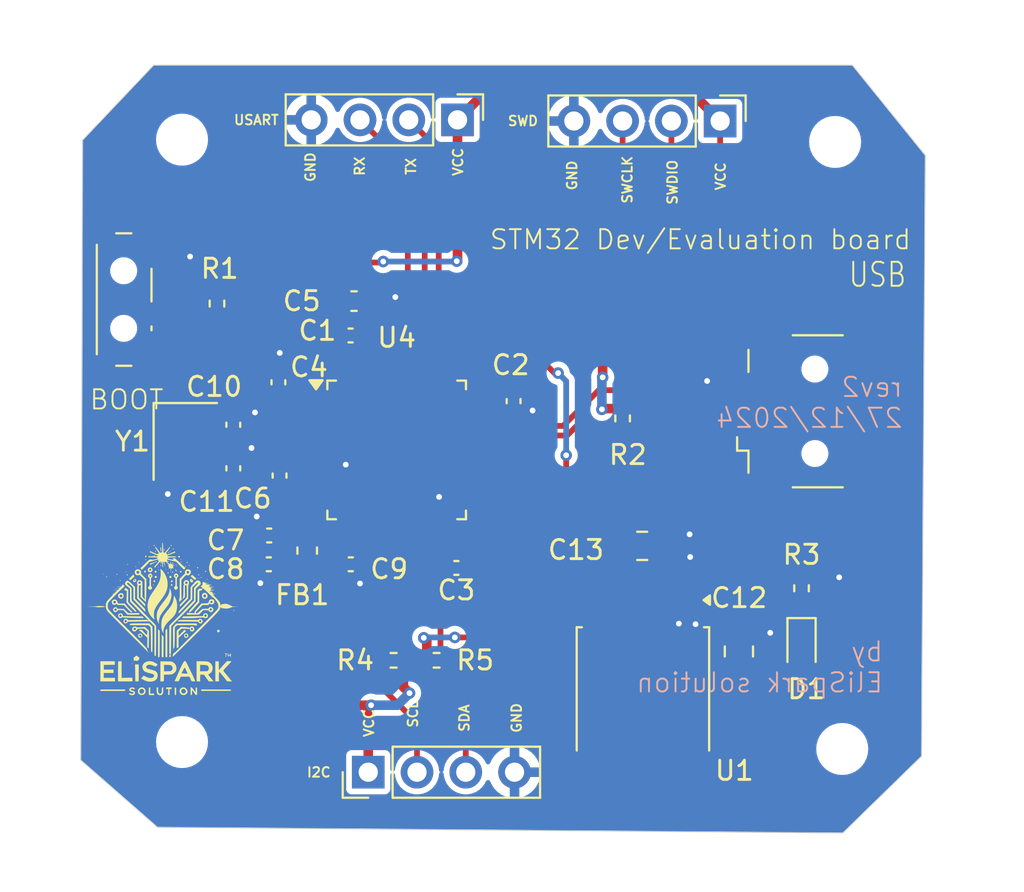
<source format=kicad_pcb>
(kicad_pcb (version 20221018) (generator pcbnew)
  (layers (0 "F.Cu" signal) (31 "B.Cu" power) (34 "B.Paste" user) (35 "F.Paste" user) (36 "B.SilkS" user "B.Silkscreen") (37 "F.SilkS" user "F.Silkscreen") (38 "B.Mask" user) (39 "F.Mask" user) (44 "Edge.Cuts" user))
  (net 0 "")
  (net 1 "+3.3V")
  (net 2 "GND")
  (net 3 "+3.3VA")
  (net 4 "/NRST")
  (net 5 "/HSE_IN")
  (net 6 "/HSE_OUT")
  (net 7 "VBUS")
  (net 8 "/pwr_led_k")
  (net 9 "/USB_D-")
  (net 10 "/USB_D+")
  (net 12 "unconnected-(J1-Shield-Pad6)")
  (net 13 "/SWDIO")
  (net 14 "/SWCLK")
  (net 15 "/USART_TX")
  (net 16 "/USART_RX")
  (net 17 "/I2C2_SCL")
  (net 18 "/I2C2_SDA")
  (net 19 "/BOOT0")
  (net 20 "Net-(U4-BOOT0)")
  (footprint "Capacitor_SMD:C_0402_1005Metric" (layer "F.Cu") (at 198.26 54.08)
    (fp_text reference "C1" (at -1.73 -0.25) (layer "F.SilkS"))
    (fp_text value "100n")
    (pad "1" smd roundrect (at -0.48 0) (size 0.56 0.62) (layers "F.Cu" "F.Paste" "F.Mask") (net 1 "+3.3V"))
    (pad "2" smd roundrect (at 0.48 0) (size 0.56 0.62) (layers "F.Cu" "F.Paste" "F.Mask") (net 2 "GND"))
  )
  (footprint "Crystal:Crystal_SMD_3225-4Pin_3.2x2.5mm" (layer "F.Cu") (at 189.65 59.6 -90)
    (fp_text reference "Y1" (at 0 2.75 -180) (layer "F.SilkS"))
    (fp_text value "16MHZ")
    (pad "1" smd rect (at -1.1 0.85 270) (size 1.4 1.2) (layers "F.Cu" "F.Paste" "F.Mask") (net 5 "/HSE_IN"))
    (pad "2" smd rect (at 1.1 0.85 270) (size 1.4 1.2) (layers "F.Cu" "F.Paste" "F.Mask") (net 2 "GND"))
    (pad "3" smd rect (at 1.1 -0.85 270) (size 1.4 1.2) (layers "F.Cu" "F.Paste" "F.Mask") (net 6 "/HSE_OUT"))
    (pad "4" smd rect (at -1.1 -0.85 270) (size 1.4 1.2) (layers "F.Cu" "F.Paste" "F.Mask") (net 2 "GND"))
  )
  (footprint "Capacitor_SMD:C_0402_1005Metric" (layer "F.Cu") (at 194.02 64.5 180)
    (fp_text reference "C7" (at 2.27 -0.25) (layer "F.SilkS"))
    (fp_text value "1u")
    (pad "1" smd roundrect (at -0.48 0 180) (size 0.56 0.62) (layers "F.Cu" "F.Paste" "F.Mask") (net 3 "+3.3VA"))
    (pad "2" smd roundrect (at 0.48 0 180) (size 0.56 0.62) (layers "F.Cu" "F.Paste" "F.Mask") (net 2 "GND"))
  )
  (footprint "Connector_PinHeader_2.54mm:PinHeader_1x04_P2.54mm_Vertical" (layer "F.Cu") (at 199.18 76.83 90)
    (fp_text reference "J4" hide)
    (fp_text value "Conn_01x04_Pin")
    (pad "1" thru_hole rect (at 0 0 90) (size 1.7 1.7) (drill 1) (layers "*.Cu" "*.Mask") (net 1 "+3.3V"))
    (pad "2" thru_hole oval (at 0 2.54 90) (size 1.7 1.7) (drill 1) (layers "*.Cu" "*.Mask") (net 17 "/I2C2_SCL"))
    (pad "3" thru_hole oval (at 0 5.08 90) (size 1.7 1.7) (drill 1) (layers "*.Cu" "*.Mask") (net 18 "/I2C2_SDA"))
    (pad "4" thru_hole oval (at 0 7.62 90) (size 1.7 1.7) (drill 1) (layers "*.Cu" "*.Mask") (net 2 "GND"))
  )
  (footprint "Calibration_Scale:espark_solution_logo" (layer "F.Cu") (at 188.518385 69.403452)
    (fp_text reference "G***" hide)
    (fp_text value "LOGO" hide)
  )
  (footprint "Capacitor_SMD:C_0402_1005Metric" (layer "F.Cu") (at 203.77 66.19 180)
    (fp_text reference "C3" (at 0 -1.16) (layer "F.SilkS"))
    (fp_text value "100n")
    (pad "1" smd roundrect (at -0.48 0 180) (size 0.56 0.62) (layers "F.Cu" "F.Paste" "F.Mask") (net 1 "+3.3V"))
    (pad "2" smd roundrect (at 0.48 0 180) (size 0.56 0.62) (layers "F.Cu" "F.Paste" "F.Mask") (net 2 "GND"))
  )
  (footprint "Resistor_SMD:R_0402_1005Metric" (layer "F.Cu") (at 202.74 71)
    (fp_text reference "R5" (at 2.01 0) (layer "F.SilkS"))
    (fp_text value "1k5")
    (pad "1" smd roundrect (at -0.51 0) (size 0.54 0.64) (layers "F.Cu" "F.Paste" "F.Mask") (net 1 "+3.3V"))
    (pad "2" smd roundrect (at 0.51 0) (size 0.54 0.64) (layers "F.Cu" "F.Paste" "F.Mask") (net 18 "/I2C2_SDA"))
  )
  (footprint "Resistor_SMD:R_0402_1005Metric" (layer "F.Cu") (at 212.43 58.4 -90)
    (fp_text reference "R2" (at 1.9 -0.27 -180) (layer "F.SilkS"))
    (fp_text value "1k5")
    (pad "1" smd roundrect (at -0.51 0 270) (size 0.54 0.64) (layers "F.Cu" "F.Paste" "F.Mask") (net 1 "+3.3V"))
    (pad "2" smd roundrect (at 0.51 0 270) (size 0.54 0.64) (layers "F.Cu" "F.Paste" "F.Mask") (net 9 "/USB_D-"))
  )
  (footprint "LED_SMD:LED_0603_1608Metric" (layer "F.Cu") (at 221.75 70.2875 -90)
    (fp_text reference "D1" (at 2.2125 -0.25 -180) (layer "F.SilkS"))
    (fp_text value "RED")
    (pad "1" smd roundrect (at -0.7875 0 270) (size 0.875 0.95) (layers "F.Cu" "F.Paste" "F.Mask") (net 8 "/pwr_led_k"))
    (pad "2" smd roundrect (at 0.7875 0 270) (size 0.875 0.95) (layers "F.Cu" "F.Paste" "F.Mask") (net 1 "+3.3V"))
  )
  (footprint "Capacitor_SMD:C_0805_2012Metric" (layer "F.Cu") (at 218.4875 70.54 90)
    (fp_text reference "C12" (at 2.79 0.0125 180) (layer "F.SilkS"))
    (fp_text value "22u")
    (pad "1" smd roundrect (at -0.95 0 90) (size 1 1.45) (layers "F.Cu" "F.Paste" "F.Mask") (net 1 "+3.3V"))
    (pad "2" smd roundrect (at 0.95 0 90) (size 1 1.45) (layers "F.Cu" "F.Paste" "F.Mask") (net 2 "GND"))
  )
  (footprint "Resistor_SMD:R_0402_1005Metric" (layer "F.Cu") (at 221.75 67.25 90)
    (fp_text reference "R3" (at 1.75 0 180) (layer "F.SilkS"))
    (fp_text value "1k5")
    (pad "1" smd roundrect (at -0.51 0 90) (size 0.54 0.64) (layers "F.Cu" "F.Paste" "F.Mask") (net 8 "/pwr_led_k"))
    (pad "2" smd roundrect (at 0.51 0 90) (size 0.54 0.64) (layers "F.Cu" "F.Paste" "F.Mask") (net 2 "GND"))
  )
  (footprint "Capacitor_SMD:C_0402_1005Metric" (layer "F.Cu") (at 192.15 58.73 90)
    (fp_text reference "C10" (at 1.98 -1 180) (layer "F.SilkS"))
    (fp_text value "10p")
    (pad "1" smd roundrect (at -0.48 0 90) (size 0.56 0.62) (layers "F.Cu" "F.Paste" "F.Mask") (net 5 "/HSE_IN"))
    (pad "2" smd roundrect (at 0.48 0 90) (size 0.56 0.62) (layers "F.Cu" "F.Paste" "F.Mask") (net 2 "GND"))
  )
  (footprint "Resistor_SMD:R_0402_1005Metric" (layer "F.Cu") (at 191.3 52.42 90)
    (fp_text reference "R1" (at 1.82 0.14 180) (layer "F.SilkS"))
    (fp_text value "10k")
    (pad "1" smd roundrect (at -0.51 0 90) (size 0.54 0.64) (layers "F.Cu" "F.Paste" "F.Mask") (net 19 "/BOOT0"))
    (pad "2" smd roundrect (at 0.51 0 90) (size 0.54 0.64) (layers "F.Cu" "F.Paste" "F.Mask") (net 20 "Net-(U4-BOOT0)"))
  )
  (footprint "Capacitor_SMD:C_0603_1608Metric" (layer "F.Cu") (at 198.44 52.29)
    (fp_text reference "C5" (at -2.725 0) (layer "F.SilkS"))
    (fp_text value "10u")
    (pad "1" smd roundrect (at -0.775 0) (size 0.9 0.95) (layers "F.Cu" "F.Paste" "F.Mask") (net 1 "+3.3V"))
    (pad "2" smd roundrect (at 0.775 0) (size 0.9 0.95) (layers "F.Cu" "F.Paste" "F.Mask") (net 2 "GND"))
  )
  (footprint "Connector_PinHeader_2.54mm:PinHeader_1x04_P2.54mm_Vertical" (layer "F.Cu") (at 217.51 42.91 -90)
    (fp_text reference "J2" hide)
    (fp_text value "Conn_01x04_Pin")
    (pad "1" thru_hole rect (at 0 0 270) (size 1.7 1.7) (drill 1) (layers "*.Cu" "*.Mask") (net 1 "+3.3V"))
    (pad "2" thru_hole oval (at 0 2.54 270) (size 1.7 1.7) (drill 1) (layers "*.Cu" "*.Mask") (net 13 "/SWDIO"))
    (pad "3" thru_hole oval (at 0 5.08 270) (size 1.7 1.7) (drill 1) (layers "*.Cu" "*.Mask") (net 14 "/SWCLK"))
    (pad "4" thru_hole oval (at 0 7.62 270) (size 1.7 1.7) (drill 1) (layers "*.Cu" "*.Mask") (net 2 "GND"))
  )
  (footprint "MountingHole:MountingHole_2.2mm_M2" (layer "F.Cu") (at 189.48 43.88)
    (fp_text reference "H1" hide)
    (fp_text value "MountingHole_2.2mm_M2")
    (pad "" np_thru_hole circle (at 0 0) (size 2.2 2.2) (drill 2.2) (layers "*.Cu" "*.Mask"))
  )
  (footprint "Capacitor_SMD:C_0402_1005Metric" (layer "F.Cu") (at 194.56 61.38 90)
    (fp_text reference "C6" (at -1.19 -1.4 180) (layer "F.SilkS"))
    (fp_text value "10n")
    (pad "1" smd roundrect (at -0.48 0 90) (size 0.56 0.62) (layers "F.Cu" "F.Paste" "F.Mask") (net 3 "+3.3VA"))
    (pad "2" smd roundrect (at 0.48 0 90) (size 0.56 0.62) (layers "F.Cu" "F.Paste" "F.Mask") (net 2 "GND"))
  )
  (footprint "Capacitor_SMD:C_0402_1005Metric" (layer "F.Cu") (at 192.15 61 90)
    (fp_text reference "C11" (at -1.74 -1.39 180) (layer "F.SilkS"))
    (fp_text value "10p")
    (pad "1" smd roundrect (at -0.48 0 90) (size 0.56 0.62) (layers "F.Cu" "F.Paste" "F.Mask") (net 6 "/HSE_OUT"))
    (pad "2" smd roundrect (at 0.48 0 90) (size 0.56 0.62) (layers "F.Cu" "F.Paste" "F.Mask") (net 2 "GND"))
  )
  (footprint "Capacitor_SMD:C_0402_1005Metric" (layer "F.Cu") (at 194.5 56.52 90)
    (fp_text reference "C4" (at 0.79 1.59 180) (layer "F.SilkS"))
    (fp_text value "100n")
    (pad "1" smd roundrect (at -0.48 0 90) (size 0.56 0.62) (layers "F.Cu" "F.Paste" "F.Mask") (net 1 "+3.3V"))
    (pad "2" smd roundrect (at 0.48 0 90) (size 0.56 0.62) (layers "F.Cu" "F.Paste" "F.Mask") (net 2 "GND"))
  )
  (footprint "Package_TO_SOT_SMD:TO-252-3_TabPin2" (layer "F.Cu") (at 213.4875 72.59 -90)
    (fp_text reference "U1" (at 4.16 -4.7625 -180) (layer "F.SilkS"))
    (fp_text value "AMS1117CD-3.3")
    (pad "1" smd roundrect (at -5.04 -2.28 270) (size 2.2 1.2) (layers "F.Cu" "F.Paste" "F.Mask") (roundrect_rratio 0.2083333333) (net 2 "GND"))
    (pad "2" smd roundrect (at -5.04 0 270) (size 2.2 1.2) (layers "F.Cu" "F.Paste" "F.Mask") (roundrect_rratio 0.2083333333) (net 1 "+3.3V"))
    (pad "2" smd roundrect (at -0.415 -1.525 270) (size 3.05 2.75) (layers "F.Cu" "F.Paste") (roundrect_rratio 0.09090909091) (net 1 "+3.3V"))
    (pad "2" smd roundrect (at -0.415 1.525 270) (size 3.05 2.75) (layers "F.Cu" "F.Paste") (roundrect_rratio 0.09090909091) (net 1 "+3.3V"))
    (pad "2" smd roundrect (at 1.26 0 270) (size 6.4 5.8) (layers "F.Cu" "F.Mask") (roundrect_rratio 0.04310293103) (net 1 "+3.3V"))
    (pad "2" smd roundrect (at 2.935 -1.525 270) (size 3.05 2.75) (layers "F.Cu" "F.Paste") (roundrect_rratio 0.09090909091) (net 1 "+3.3V"))
    (pad "2" smd roundrect (at 2.935 1.525 270) (size 3.05 2.75) (layers "F.Cu" "F.Paste") (roundrect_rratio 0.09090909091) (net 1 "+3.3V"))
    (pad "3" smd roundrect (at -5.04 2.28 270) (size 2.2 1.2) (layers "F.Cu" "F.Paste" "F.Mask") (roundrect_rratio 0.2083333333) (net 7 "VBUS"))
  )
  (footprint "Capacitor_SMD:C_0805_2012Metric_Pad1.18x1.45mm_HandSolder" (layer "F.Cu") (at 213.45 65.04)
    (fp_text reference "C13" (at -3.45 0.21) (layer "F.SilkS"))
    (fp_text value "22u")
    (pad "1" smd roundrect (at -1.0375 0) (size 1.175 1.45) (layers "F.Cu" "F.Paste" "F.Mask") (roundrect_rratio 0.2127659574) (net 7 "VBUS"))
    (pad "2" smd roundrect (at 1.0375 0) (size 1.175 1.45) (layers "F.Cu" "F.Paste" "F.Mask") (roundrect_rratio 0.2127659574) (net 2 "GND"))
  )
  (footprint "Connector_PinHeader_2.54mm:PinHeader_1x04_P2.54mm_Vertical" (layer "F.Cu") (at 203.83 42.85 -90)
    (fp_text reference "J3" hide)
    (fp_text value "Conn_01x04_Pin")
    (pad "1" thru_hole rect (at 0 0 270) (size 1.7 1.7) (drill 1) (layers "*.Cu" "*.Mask") (net 1 "+3.3V"))
    (pad "2" thru_hole oval (at 0 2.54 270) (size 1.7 1.7) (drill 1) (layers "*.Cu" "*.Mask") (net 15 "/USART_TX"))
    (pad "3" thru_hole oval (at 0 5.08 270) (size 1.7 1.7) (drill 1) (layers "*.Cu" "*.Mask") (net 16 "/USART_RX"))
    (pad "4" thru_hole oval (at 0 7.62 270) (size 1.7 1.7) (drill 1) (layers "*.Cu" "*.Mask") (net 2 "GND"))
  )
  (footprint "Button_Switch_SMD:SW_SPDT_PCM12" (layer "F.Cu") (at 186.77 52.21 -90)
    (fp_text reference "SW1" hide)
    (fp_text value "SW_SPDT")
    (pad "" smd rect (at -3.65 -0.78 270) (size 1 0.8) (layers "F.Cu" "F.Paste" "F.Mask"))
    (pad "" smd rect (at -3.65 1.43 270) (size 1 0.8) (layers "F.Cu" "F.Paste" "F.Mask"))
    (pad "" np_thru_hole circle (at -1.5 0.33 270) (size 0.9 0.9) (drill 0.9) (layers "*.Cu" "*.Mask"))
    (pad "" np_thru_hole circle (at 1.5 0.33 270) (size 0.9 0.9) (drill 0.9) (layers "*.Cu" "*.Mask"))
    (pad "" smd rect (at 3.65 -0.78 270) (size 1 0.8) (layers "F.Cu" "F.Paste" "F.Mask"))
    (pad "" smd rect (at 3.65 1.43 270) (size 1 0.8) (layers "F.Cu" "F.Paste" "F.Mask"))
    (pad "1" smd rect (at -2.25 -1.43 270) (size 0.7 1.5) (layers "F.Cu" "F.Paste" "F.Mask") (net 2 "GND"))
    (pad "2" smd rect (at 0.75 -1.43 270) (size 0.7 1.5) (layers "F.Cu" "F.Paste" "F.Mask") (net 19 "/BOOT0"))
    (pad "3" smd rect (at 2.25 -1.43 270) (size 0.7 1.5) (layers "F.Cu" "F.Paste" "F.Mask") (net 1 "+3.3V"))
  )
  (footprint "Connector_USB:USB_Mini-B_Wuerth_65100516121_Horizontal" (layer "F.Cu") (at 222.445 58.03 90)
    (fp_text reference "J1" hide)
    (fp_text value "USB_B_Micro")
    (pad "" np_thru_hole circle (at -2.2 0 90) (size 0.9 0.9) (drill 0.9) (layers "*.Cu" "*.Mask"))
    (pad "" np_thru_hole circle (at 2.2 0 90) (size 0.9 0.9) (drill 0.9) (layers "*.Cu" "*.Mask"))
    (pad "1" smd rect (at -1.6 -2.6 90) (size 0.5 2.5) (layers "F.Cu" "F.Paste" "F.Mask") (net 7 "VBUS"))
    (pad "2" smd rect (at -0.8 -2.6 90) (size 0.5 2.5) (layers "F.Cu" "F.Paste" "F.Mask") (net 9 "/USB_D-"))
    (pad "3" smd rect (at 0 -2.6 90) (size 0.5 2.5) (layers "F.Cu" "F.Paste" "F.Mask") (net 10 "/USB_D+"))
    (pad "4" smd rect (at 0.8 -2.6 90) (size 0.5 2.5) (layers "F.Cu" "F.Paste" "F.Mask"))
    (pad "5" smd rect (at 1.6 -2.6 90) (size 0.5 2.5) (layers "F.Cu" "F.Paste" "F.Mask") (net 2 "GND"))
    (pad "6" smd rect (at -4.4 -2.6 90) (size 2 2.5) (layers "F.Cu" "F.Paste" "F.Mask") (net 12 "unconnected-(J1-Shield-Pad6)"))
    (pad "6" smd rect (at -4.4 2.9 90) (size 2 2.5) (layers "F.Cu" "F.Paste" "F.Mask") (net 12 "unconnected-(J1-Shield-Pad6)"))
    (pad "6" smd rect (at 4.4 -2.6 90) (size 2 2.5) (layers "F.Cu" "F.Paste" "F.Mask") (net 12 "unconnected-(J1-Shield-Pad6)"))
    (pad "6" smd rect (at 4.4 2.9 90) (size 2 2.5) (layers "F.Cu" "F.Paste" "F.Mask") (net 12 "unconnected-(J1-Shield-Pad6)"))
  )
  (footprint "Capacitor_SMD:C_0402_1005Metric" (layer "F.Cu") (at 198.27 66)
    (fp_text reference "C9" (at 2 0.25) (layer "F.SilkS"))
    (fp_text value "100n")
    (pad "1" smd roundrect (at -0.48 0) (size 0.56 0.62) (layers "F.Cu" "F.Paste" "F.Mask") (net 4 "/NRST"))
    (pad "2" smd roundrect (at 0.48 0) (size 0.56 0.62) (layers "F.Cu" "F.Paste" "F.Mask") (net 2 "GND"))
  )
  (footprint "MountingHole:MountingHole_2.2mm_M2" (layer "F.Cu") (at 223.87 75.62)
    (fp_text reference "H4" hide)
    (fp_text value "MountingHole_2.2mm_M2")
    (pad "" np_thru_hole circle (at 0 0) (size 2.2 2.2) (drill 2.2) (layers "*.Cu" "*.Mask"))
  )
  (footprint "Capacitor_SMD:C_0402_1005Metric" (layer "F.Cu") (at 206.75 57.5 -90)
    (fp_text reference "C2" (at -1.88 0.15 -180) (layer "F.SilkS"))
    (fp_text value "100n")
    (pad "1" smd roundrect (at -0.48 0 270) (size 0.56 0.62) (layers "F.Cu" "F.Paste" "F.Mask") (net 1 "+3.3V"))
    (pad "2" smd roundrect (at 0.48 0 270) (size 0.56 0.62) (layers "F.Cu" "F.Paste" "F.Mask") (net 2 "GND"))
  )
  (footprint "MountingHole:MountingHole_2.2mm_M2" (layer "F.Cu") (at 223.5 44)
    (fp_text reference "H2" hide)
    (fp_text value "MountingHole_2.2mm_M2")
    (pad "" np_thru_hole circle (at 0 0) (size 2.2 2.2) (drill 2.2) (layers "*.Cu" "*.Mask"))
  )
  (footprint "Capacitor_SMD:C_0402_1005Metric" (layer "F.Cu") (at 194 66 180)
    (fp_text reference "C8" (at 2.25 -0.25) (layer "F.SilkS"))
    (fp_text value "1u")
    (pad "1" smd roundrect (at -0.48 0 180) (size 0.56 0.62) (layers "F.Cu" "F.Paste" "F.Mask") (net 1 "+3.3V"))
    (pad "2" smd roundrect (at 0.48 0 180) (size 0.56 0.62) (layers "F.Cu" "F.Paste" "F.Mask") (net 2 "GND"))
  )
  (footprint "Resistor_SMD:R_0402_1005Metric" (layer "F.Cu") (at 200.5 71 180)
    (fp_text reference "R4" (at 2 0) (layer "F.SilkS"))
    (fp_text value "1k5")
    (pad "1" smd roundrect (at -0.51 0 180) (size 0.54 0.64) (layers "F.Cu" "F.Paste" "F.Mask") (net 1 "+3.3V"))
    (pad "2" smd roundrect (at 0.51 0 180) (size 0.54 0.64) (layers "F.Cu" "F.Paste" "F.Mask") (net 17 "/I2C2_SCL"))
  )
  (footprint "Package_QFP:LQFP-48_7x7mm_P0.5mm" (layer "F.Cu") (at 200.66 60.0425)
    (fp_text reference "U4" (at 0 -5.85) (layer "F.SilkS"))
    (fp_text value "STM32F103C8T6")
    (pad "1" smd roundrect (at -4.1625 -2.75) (size 1.475 0.3) (layers "F.Cu" "F.Paste" "F.Mask") (net 1 "+3.3V"))
    (pad "2" smd roundrect (at -4.1625 -2.25) (size 1.475 0.3) (layers "F.Cu" "F.Paste" "F.Mask"))
    (pad "3" smd roundrect (at -4.1625 -1.75) (size 1.475 0.3) (layers "F.Cu" "F.Paste" "F.Mask"))
    (pad "4" smd roundrect (at -4.1625 -1.25) (size 1.475 0.3) (layers "F.Cu" "F.Paste" "F.Mask"))
    (pad "5" smd roundrect (at -4.1625 -0.75) (size 1.475 0.3) (layers "F.Cu" "F.Paste" "F.Mask") (net 5 "/HSE_IN"))
    (pad "6" smd roundrect (at -4.1625 -0.25) (size 1.475 0.3) (layers "F.Cu" "F.Paste" "F.Mask") (net 6 "/HSE_OUT"))
    (pad "7" smd roundrect (at -4.1625 0.25) (size 1.475 0.3) (layers "F.Cu" "F.Paste" "F.Mask") (net 4 "/NRST"))
    (pad "8" smd roundrect (at -4.1625 0.75) (size 1.475 0.3) (layers "F.Cu" "F.Paste" "F.Mask") (net 2 "GND"))
    (pad "9" smd roundrect (at -4.1625 1.25) (size 1.475 0.3) (layers "F.Cu" "F.Paste" "F.Mask") (net 3 "+3.3VA"))
    (pad "10" smd roundrect (at -4.1625 1.75) (size 1.475 0.3) (layers "F.Cu" "F.Paste" "F.Mask"))
    (pad "11" smd roundrect (at -4.1625 2.25) (size 1.475 0.3) (layers "F.Cu" "F.Paste" "F.Mask"))
    (pad "12" smd roundrect (at -4.1625 2.75) (size 1.475 0.3) (layers "F.Cu" "F.Paste" "F.Mask"))
    (pad "13" smd roundrect (at -2.75 4.1625) (size 0.3 1.475) (layers "F.Cu" "F.Paste" "F.Mask"))
    (pad "14" smd roundrect (at -2.25 4.1625) (size 0.3 1.475) (layers "F.Cu" "F.Paste" "F.Mask"))
    (pad "15" smd roundrect (at -1.75 4.1625) (size 0.3 1.475) (layers "F.Cu" "F.Paste" "F.Mask"))
    (pad "16" smd roundrect (at -1.25 4.1625) (size 0.3 1.475) (layers "F.Cu" "F.Paste" "F.Mask"))
    (pad "17" smd roundrect (at -0.75 4.1625) (size 0.3 1.475) (layers "F.Cu" "F.Paste" "F.Mask"))
    (pad "18" smd roundrect (at -0.25 4.1625) (size 0.3 1.475) (layers "F.Cu" "F.Paste" "F.Mask"))
    (pad "19" smd roundrect (at 0.25 4.1625) (size 0.3 1.475) (layers "F.Cu" "F.Paste" "F.Mask"))
    (pad "20" smd roundrect (at 0.75 4.1625) (size 0.3 1.475) (layers "F.Cu" "F.Paste" "F.Mask"))
    (pad "21" smd roundrect (at 1.25 4.1625) (size 0.3 1.475) (layers "F.Cu" "F.Paste" "F.Mask") (net 17 "/I2C2_SCL"))
    (pad "22" smd roundrect (at 1.75 4.1625) (size 0.3 1.475) (layers "F.Cu" "F.Paste" "F.Mask") (net 18 "/I2C2_SDA"))
    (pad "23" smd roundrect (at 2.25 4.1625) (size 0.3 1.475) (layers "F.Cu" "F.Paste" "F.Mask") (net 2 "GND"))
    (pad "24" smd roundrect (at 2.75 4.1625) (size 0.3 1.475) (layers "F.Cu" "F.Paste" "F.Mask") (net 1 "+3.3V"))
    (pad "25" smd roundrect (at 4.1625 2.75) (size 1.475 0.3) (layers "F.Cu" "F.Paste" "F.Mask"))
    (pad "26" smd roundrect (at 4.1625 2.25) (size 1.475 0.3) (layers "F.Cu" "F.Paste" "F.Mask"))
    (pad "27" smd roundrect (at 4.1625 1.75) (size 1.475 0.3) (layers "F.Cu" "F.Paste" "F.Mask"))
    (pad "28" smd roundrect (at 4.1625 1.25) (size 1.475 0.3) (layers "F.Cu" "F.Paste" "F.Mask"))
    (pad "29" smd roundrect (at 4.1625 0.75) (size 1.475 0.3) (layers "F.Cu" "F.Paste" "F.Mask"))
    (pad "30" smd roundrect (at 4.1625 0.25) (size 1.475 0.3) (layers "F.Cu" "F.Paste" "F.Mask"))
    (pad "31" smd roundrect (at 4.1625 -0.25) (size 1.475 0.3) (layers "F.Cu" "F.Paste" "F.Mask"))
    (pad "32" smd roundrect (at 4.1625 -0.75) (size 1.475 0.3) (layers "F.Cu" "F.Paste" "F.Mask") (net 9 "/USB_D-"))
    (pad "33" smd roundrect (at 4.1625 -1.25) (size 1.475 0.3) (layers "F.Cu" "F.Paste" "F.Mask") (net 10 "/USB_D+"))
    (pad "34" smd roundrect (at 4.1625 -1.75) (size 1.475 0.3) (layers "F.Cu" "F.Paste" "F.Mask") (net 13 "/SWDIO"))
    (pad "35" smd roundrect (at 4.1625 -2.25) (size 1.475 0.3) (layers "F.Cu" "F.Paste" "F.Mask") (net 2 "GND"))
    (pad "36" smd roundrect (at 4.1625 -2.75) (size 1.475 0.3) (layers "F.Cu" "F.Paste" "F.Mask") (net 1 "+3.3V"))
    (pad "37" smd roundrect (at 2.75 -4.1625) (size 0.3 1.475) (layers "F.Cu" "F.Paste" "F.Mask") (net 14 "/SWCLK"))
    (pad "38" smd roundrect (at 2.25 -4.1625) (size 0.3 1.475) (layers "F.Cu" "F.Paste" "F.Mask"))
    (pad "39" smd roundrect (at 1.75 -4.1625) (size 0.3 1.475) (layers "F.Cu" "F.Paste" "F.Mask"))
    (pad "40" smd roundrect (at 1.25 -4.1625) (size 0.3 1.475) (layers "F.Cu" "F.Paste" "F.Mask"))
    (pad "41" smd roundrect (at 0.75 -4.1625) (size 0.3 1.475) (layers "F.Cu" "F.Paste" "F.Mask"))
    (pad "42" smd roundrect (at 0.25 -4.1625) (size 0.3 1.475) (layers "F.Cu" "F.Paste" "F.Mask") (net 15 "/USART_TX"))
    (pad "43" smd roundrect (at -0.25 -4.1625) (size 0.3 1.475) (layers "F.Cu" "F.Paste" "F.Mask") (net 16 "/USART_RX"))
    (pad "44" smd roundrect (at -0.75 -4.1625) (size 0.3 1.475) (layers "F.Cu" "F.Paste" "F.Mask") (net 20 "Net-(U4-BOOT0)"))
    (pad "45" smd roundrect (at -1.25 -4.1625) (size 0.3 1.475) (layers "F.Cu" "F.Paste" "F.Mask"))
    (pad "46" smd roundrect (at -1.75 -4.1625) (size 0.3 1.475) (layers "F.Cu" "F.Paste" "F.Mask"))
    (pad "47" smd roundrect (at -2.25 -4.1625) (size 0.3 1.475) (layers "F.Cu" "F.Paste" "F.Mask") (net 2 "GND"))
    (pad "48" smd roundrect (at -2.75 -4.1625) (size 0.3 1.475) (layers "F.Cu" "F.Paste" "F.Mask") (net 1 "+3.3V"))
  )
  (footprint "MountingHole:MountingHole_2.2mm_M2" (layer "F.Cu") (at 189.48 75.26)
    (fp_text reference "H3" hide)
    (fp_text value "MountingHole_2.2mm_M2")
    (pad "" np_thru_hole circle (at 0 0) (size 2.2 2.2) (drill 2.2) (layers "*.Cu" "*.Mask"))
  )
  (footprint "Inductor_SMD:L_0603_1608Metric" (layer "F.Cu") (at 196 65.2875 -90)
    (fp_text reference "FB1" (at 2.3125 0.26 -180) (layer "F.SilkS"))
    (fp_text value "120R")
    (pad "1" smd roundrect (at -0.7875 0 270) (size 0.875 0.95) (layers "F.Cu" "F.Paste" "F.Mask") (net 3 "+3.3VA"))
    (pad "2" smd roundrect (at 0.7875 0 270) (size 0.875 0.95) (layers "F.Cu" "F.Paste" "F.Mask") (net 1 "+3.3V"))
  )
  (gr_line (start 224.4 40) (end 228.2 44.7) (stroke (width 0.05)) (layer "Edge.Cuts"))
  (gr_line (start 188.2 79.7) (end 184.2 76.2) (stroke (width 0.05)) (layer "Edge.Cuts"))
  (gr_line (start 188 40) (end 224.4 40) (stroke (width 0.05)) (layer "Edge.Cuts"))
  (gr_line (start 223.9 80) (end 228 76) (stroke (width 0.05)) (layer "Edge.Cuts"))
  (gr_line (start 228.2 44.7) (end 228 76) (stroke (width 0.05)) (layer "Edge.Cuts"))
  (gr_line (start 188.2 79.7) (end 223.9 80) (stroke (width 0.05)) (layer "Edge.Cuts"))
  (gr_line (start 184.3 43.9) (end 184.2 76.2) (stroke (width 0.05)) (layer "Edge.Cuts"))
  (gr_line (start 184.3 43.9) (end 188 40) (stroke (width 0.05)) (layer "Edge.Cuts"))
  (gr_text "by\nEliSpark solution" (at 226.06 72.75) (layer "B.SilkS") (effects (font (size 1 1) (thickness 0.1)) (justify left bottom mirror)))
  (gr_text "rev2\n27/12/2024" (at 227.08 58.97) (layer "B.SilkS") (effects (font (size 1 1) (thickness 0.1)) (justify left bottom mirror)))
  (gr_text "I2C" (at 195.93 77.13) (layer "F.SilkS") (effects (font (size 0.5 0.5) (thickness 0.1)) (justify left bottom)))
  (gr_text "SWD" (at 206.4 43.2) (layer "F.SilkS") (effects (font (size 0.5 0.5) (thickness 0.1)) (justify left bottom)))
  (gr_text "TX" (at 201.7 45.77 90) (layer "F.SilkS") (effects (font (size 0.5 0.5) (thickness 0.1)) (justify left bottom)))
  (gr_text "SDA" (at 204.48 74.78 90) (layer "F.SilkS") (effects (font (size 0.5 0.5) (thickness 0.1)) (justify left bottom)))
  (gr_text "SCL" (at 201.8 74.56 90) (layer "F.SilkS") (effects (font (size 0.5 0.5) (thickness 0.1)) (justify left bottom)))
  (gr_text "BOOT" (at 184.6 58.01) (layer "F.SilkS") (effects (font (size 1 1) (thickness 0.1)) (justify left bottom)))
  (gr_text "VCC" (at 217.83 46.57 90) (layer "F.SilkS") (effects (font (size 0.5 0.5) (thickness 0.1)) (justify left bottom)))
  (gr_text "USB" (at 224.14 51.65) (layer "F.SilkS") (effects (font (size 1.25 1) (thickness 0.1)) (justify left bottom)))
  (gr_text "SWDIO" (at 215.32 47.32 90) (layer "F.SilkS") (effects (font (size 0.5 0.5) (thickness 0.1)) (justify left bottom)))
  (gr_text "GND" (at 196.46 46.14 90) (layer "F.SilkS") (effects (font (size 0.5 0.5) (thickness 0.1)) (justify left bottom)))
  (gr_text "GND" (at 210.09 46.57 90) (layer "F.SilkS") (effects (font (size 0.5 0.5) (thickness 0.1)) (justify left bottom)))
  (gr_text "USART" (at 192.13 43.15) (layer "F.SilkS") (effects (font (size 0.5 0.5) (thickness 0.1)) (justify left bottom)))
  (gr_text "SWCLK" (at 212.97 47.26 90) (layer "F.SilkS") (effects (font (size 0.5 0.5) (thickness 0.1)) (justify left bottom)))
  (gr_text "RX" (at 199.03 45.82 90) (layer "F.SilkS") (effects (font (size 0.5 0.5) (thickness 0.1)) (justify left bottom)))
  (gr_text "STM32 Dev/Evaluation board" (at 205.44 49.67) (layer "F.SilkS") (effects (font (size 1 1) (thickness 0.1)) (justify left bottom)))
  (gr_text "VCC" (at 204.15 45.82 90) (layer "F.SilkS") (effects (font (size 0.5 0.5) (thickness 0.1)) (justify left bottom)))
  (gr_text "VCC" (at 199.51 75.05 90) (layer "F.SilkS") (effects (font (size 0.5 0.5) (thickness 0.1)) (justify left bottom)))
  (gr_text "GND" (at 207.2 74.83 90) (layer "F.SilkS") (effects (font (size 0.5 0.5) (thickness 0.1)) (justify left bottom)))
  (segment (start 197.8175 57.2925) (end 197.93 57.18) (width 0.3) (layer "F.Cu") (net 1))
  (segment (start 196.55 72.08) (end 197.81 73.34) (width 0.5) (layer "F.Cu") (net 1))
  (segment (start 197.88 69.48) (end 196.52 70.84) (width 0.5) (layer "F.Cu") (net 1))
  (segment (start 209.07 56.04) (end 208.88 56.04) (width 0.3) (layer "F.Cu") (net 1))
  (segment (start 197.81 73.34) (end 199.33 73.34) (width 0.5) (layer "F.Cu") (net 1))
  (segment (start 197.93 57.18) (end 197.91 57.16) (width 0.3) (layer "F.Cu") (net 1))
  (segment (start 209.49 62.89) (end 209.49 60.32) (width 0.3) (layer "F.Cu") (net 1))
  (segment (start 196 66.075) (end 196.185 66.075) (width 0.5) (layer "F.Cu") (net 1))
  (segment (start 218.9025 71.075) (end 218.4875 71.49) (width 0.5) (layer "F.Cu") (net 1))
  (segment (start 206.21 66.19) (end 209.27 69.25) (width 0.3) (layer "F.Cu") (net 1))
  (segment (start 206.75 57.02) (end 205.095 57.02) (width 0.3) (layer "F.Cu") (net 1))
  (segment (start 204.25 66.19) (end 206.21 66.19) (width 0.3) (layer "F.Cu") (net 1))
  (segment (start 193.58 57) (end 191.04 54.46) (width 0.3) (layer "F.Cu") (net 1))
  (segment (start 199.18 73.49) (end 199.33 73.34) (width 0.5) (layer "F.Cu") (net 1))
  (segment (start 194.5 57) (end 193.58 57) (width 0.3) (layer "F.Cu") (net 1))
  (segment (start 205.78 40.9) (end 203.83 42.85) (width 0.5) (layer "F.Cu") (net 1))
  (segment (start 201.01 72.39) (end 201.33 72.71) (width 0.5) (layer "F.Cu") (net 1))
  (segment (start 197.78 54.08) (end 197.78 55.75) (width 0.3) (layer "F.Cu") (net 1))
  (segment (start 203.83 50.17) (end 203.79 50.21) (width 0.5) (layer "F.Cu") (net 1))
  (segment (start 212 51.77) (end 217.41 46.36) (width 0.3) (layer "F.Cu") (net 1))
  (segment (start 202.23 69.99) (end 202.07 69.83) (width 0.5) (layer "F.Cu") (net 1))
  (segment (start 205.095 57.02) (end 204.8225 57.2925) (width 0.3) (layer "F.Cu") (net 1))
  (segment (start 204.035 64.83) (end 207.55 64.83) (width 0.3) (layer "F.Cu") (net 1))
  (segment (start 221.75 71.075) (end 220.19 71.075) (width 0.5) (layer "F.Cu") (net 1))
  (segment (start 217.51 42.91) (end 215.5 40.9) (width 0.5) (layer "F.Cu") (net 1))
  (segment (start 211.39 52.38) (end 212 51.77) (width 0.5) (layer "F.Cu") (net 1))
  (segment (start 196.185 66.075) (end 197.88 67.77) (width 0.5) (layer "F.Cu") (net 1))
  (segment (start 198.37 50.28) (end 199.91 50.28) (width 0.3) (layer "F.Cu") (net 1))
  (segment (start 191.04 54.46) (end 188.2 54.46) (width 0.3) (layer "F.Cu") (net 1))
  (segment (start 195.925 66) (end 196 66.075) (width 0.5) (layer "F.Cu") (net 1))
  (segment (start 203.41 64.205) (end 204.035 64.83) (width 0.3) (layer "F.Cu") (net 1))
  (segment (start 220.19 77.63) (end 220.19 71.075) (width 0.3) (layer "F.Cu") (net 1))
  (segment (start 217.41 46.22) (end 217.51 46.12) (width 0.3) (layer "F.Cu") (net 1))
  (segment (start 204.25 66.14) (end 203.41 65.3) (width 0.3) (layer "F.Cu") (net 1))
  (segment (start 209.27 69.25) (end 209.27 69.81) (width 0.3) (layer "F.Cu") (net 1))
  (segment (start 197.665 50.985) (end 198.37 50.28) (width 0.3) (layer "F.Cu") (net 1))
  (segment (start 208.305 55.465) (end 212 51.77) (width 0.3) (layer "F.Cu") (net 1))
  (segment (start 201.01 71) (end 201.01 72.39) (width 0.5) (layer "F.Cu") (net 1))
  (segment (start 196.4975 57.2925) (end 197.8175 57.2925) (width 0.3) (layer "F.Cu") (net 1))
  (segment (start 207.55 64.83) (end 209.49 62.89) (width 0.3) (layer "F.Cu") (net 1))
  (segment (start 203.41 65.3) (end 203.41 64.205) (width 0.3) (layer "F.Cu") (net 1))
  (segment (start 197.665 52.29) (end 197.665 50.985) (width 0.3) (layer "F.Cu") (net 1))
  (segment (start 197.78 55.75) (end 197.91 55.88) (width 0.3) (layer "F.Cu") (net 1))
  (segment (start 197.665 52.29) (end 197.665 53.965) (width 0.3) (layer "F.Cu") (net 1))
  (segment (start 195.2825 57.2925) (end 196.4975 57.2925) (width 0.3) (layer "F.Cu") (net 1))
  (segment (start 199.18 76.83) (end 199.18 73.49) (width 0.5) (layer "F.Cu") (net 1))
  (segment (start 211.39 57.89) (end 211.35 57.93) (width 0.5) (layer "F.Cu") (net 1))
  (segment (start 212.43 57.89) (end 211.39 57.89) (width 0.5) (layer "F.Cu") (net 1))
  (segment (start 204.25 66.19) (end 204.25 66.14) (width 0.3) (layer "F.Cu") (net 1))
  (segment (start 217.51 46.12) (end 217.51 42.91) (width 0.3) (layer "F.Cu") (net 1))
  (segment (start 215.5 40.9) (end 205.78 40.9) (width 0.5) (layer "F.Cu") (net 1))
  (segment (start 202.23 71) (end 202.23 69.99) (width 0.5) (layer "F.Cu") (net 1))
  (segment (start 208.88 56.04) (end 208.305 55.465) (width 0.3) (layer "F.Cu") (net 1))
  (segment (start 194.48 66) (end 195.925 66) (width 0.5) (layer "F.Cu") (net 1))
  (segment (start 211.39 56.26) (end 211.39 52.38) (width 0.5) (layer "F.Cu") (net 1))
  (segment (start 196.52 70.84) (end 196.52 72.05) (width 0.5) (layer "F.Cu") (net 1))
  (segment (start 219.45 78.37) (end 220.19 77.63) (width 0.3) (layer "F.Cu") (net 1))
  (segment (start 209.27 69.81) (end 209.27 77.33) (width 0.3) (layer "F.Cu") (net 1))
  (segment (start 197.91 57.16) (end 197.91 55.88) (width 0.3) (layer "F.Cu") (net 1))
  (segment (start 197.665 53.965) (end 197.78 54.08) (width 0.3) (layer "F.Cu") (net 1))
  (segment (start 209.27 77.33) (end 210.31 78.37) (width 0.3) (layer "F.Cu") (net 1))
  (segment (start 203.83 42.85) (end 203.83 50.17) (width 0.5) (layer "F.Cu") (net 1))
  (segment (start 206.75 57.02) (end 208.305 55.465) (width 0.3) (layer "F.Cu") (net 1))
  (segment (start 202.23 71) (end 201.01 71) (width 0.5) (layer "F.Cu") (net 1))
  (segment (start 217.41 46.36) (end 217.41 46.22) (width 0.3) (layer "F.Cu") (net 1))
  (segment (start 194.5 57) (end 194.99 57) (width 0.3) (layer "F.Cu") (net 1))
  (segment (start 194.99 57) (end 195.2825 57.2925) (width 0.3) (layer "F.Cu") (net 1))
  (segment (start 197.88 67.77) (end 197.88 69.48) (width 0.5) (layer "F.Cu") (net 1))
  (segment (start 196.52 72.05) (end 196.55 72.08) (width 0.5) (layer "F.Cu") (net 1))
  (segment (start 210.31 78.37) (end 219.45 78.37) (width 0.3) (layer "F.Cu") (net 1))
  (segment (start 199.91 50.28) (end 199.96 50.23) (width 0.3) (layer "F.Cu") (net 1))
  (segment (start 209.27 69.81) (end 203.69 69.81) (width 0.3) (layer "F.Cu") (net 1))
  (segment (start 220.19 71.075) (end 218.9025 71.075) (width 0.5) (layer "F.Cu") (net 1))
  (via (at 199.33 73.34) (size 0.6) (drill 0.3) (layers "F.Cu" "B.Cu") (net 1))
  (via (at 209.49 60.32) (size 0.6) (drill 0.3) (layers "F.Cu" "B.Cu") (net 1))
  (via (at 211.39 56.26) (size 0.6) (drill 0.3) (layers "F.Cu" "B.Cu") (net 1))
  (via (at 209.07 56.04) (size 0.6) (drill 0.3) (layers "F.Cu" "B.Cu") (net 1))
  (via (at 202.07 69.83) (size 0.6) (drill 0.3) (layers "F.Cu" "B.Cu") (net 1))
  (via (at 203.69 69.81) (size 0.6) (drill 0.3) (layers "F.Cu" "B.Cu") (net 1))
  (via (at 211.35 57.93) (size 0.6) (drill 0.3) (layers "F.Cu" "B.Cu") (net 1))
  (via (at 199.96 50.23) (size 0.6) (drill 0.3) (layers "F.Cu" "B.Cu") (net 1))
  (via (at 201.33 72.71) (size 0.6) (drill 0.3) (layers "F.Cu" "B.Cu") (net 1))
  (via (at 203.79 50.21) (size 0.6) (drill 0.3) (layers "F.Cu" "B.Cu") (net 1))
  (segment (start 209.49 56.46) (end 209.07 56.04) (width 0.3) (layer "B.Cu") (net 1))
  (segment (start 203.77 50.23) (end 203.79 50.21) (width 0.3) (layer "B.Cu") (net 1))
  (segment (start 199.33 73.34) (end 200.7 73.34) (width 0.5) (layer "B.Cu") (net 1))
  (segment (start 209.49 60.32) (end 209.49 56.46) (width 0.3) (layer "B.Cu") (net 1))
  (segment (start 199.96 50.23) (end 203.77 50.23) (width 0.3) (layer "B.Cu") (net 1))
  (segment (start 211.35 56.3) (end 211.39 56.26) (width 0.5) (layer "B.Cu") (net 1))
  (segment (start 200.7 73.34) (end 201.33 72.71) (width 0.5) (layer "B.Cu") (net 1))
  (segment (start 202.09 69.81) (end 202.07 69.83) (width 0.3) (layer "B.Cu") (net 1))
  (segment (start 211.35 57.93) (end 211.35 56.3) (width 0.5) (layer "B.Cu") (net 1))
  (segment (start 203.69 69.81) (end 202.09 69.81) (width 0.3) (layer "B.Cu") (net 1))
  (segment (start 193.12 58.25) (end 193.28 58.09) (width 0.5) (layer "F.Cu") (net 2))
  (segment (start 206.5625 57.7925) (end 204.8225 57.7925) (width 0.3) (layer "F.Cu") (net 2))
  (segment (start 198.74 54.08) (end 198.74 54.5) (width 0.3) (layer "F.Cu") (net 2))
  (segment (start 188.8 60.7) (end 188.8 62.28) (width 0.5) (layer "F.Cu") (net 2))
  (segment (start 223.65 66.74) (end 223.71 66.68) (width 0.5) (layer "F.Cu") (net 2))
  (segment (start 192.522143 60.52) (end 193.099643 59.9425) (width 0.3) (layer "F.Cu") (net 2))
  (segment (start 202.91 65.81) (end 202.91 64.205) (width 0.3) (layer "F.Cu") (net 2))
  (segment (start 193.54 64.5) (end 193.54 63.68) (width 0.5) (layer "F.Cu") (net 2))
  (segment (start 202.91 64.205) (end 202.91 62.53) (width 0.3) (layer "F.Cu") (net 2))
  (segment (start 192.15 58.25) (end 193.12 58.25) (width 0.5) (layer "F.Cu") (net 2))
  (segment (start 188.8 62.28) (end 188.74 62.34) (width 0.5) (layer "F.Cu") (net 2))
  (segment (start 207.73 57.98) (end 207.74 57.99) (width 0.3) (layer "F.Cu") (net 2))
  (segment (start 193.52 66.94) (end 193.56 66.98) (width 0.5) (layer "F.Cu") (net 2))
  (segment (start 194.5 55.06) (end 194.57 54.99) (width 0.5) (layer "F.Cu") (net 2))
  (segment (start 198.41 54.83) (end 198.41 55.88) (width 0.3) (layer "F.Cu") (net 2))
  (segment (start 199.215 53.605) (end 198.74 54.08) (width 0.3) (layer "F.Cu") (net 2))
  (segment (start 190.5 58.5) (end 190.75 58.25) (width 0.5) (layer "F.Cu") (net 2))
  (segment (start 206.75 57.98) (end 206.5625 57.7925) (width 0.3) (layer "F.Cu") (net 2))
  (segment (start 192.15 60.52) (end 192.522143 60.52) (width 0.3) (layer "F.Cu") (net 2))
  (segment (start 196.4975 60.7925) (end 197.9925 60.7925) (width 0.3) (layer "F.Cu") (net 2))
  (segment (start 216.85 56.43) (end 216.83 56.45) (width 0.5) (layer "F.Cu") (net 2))
  (segment (start 193.54 63.68) (end 193.37 63.51) (width 0.5) (layer "F.Cu") (net 2))
  (segment (start 203.29 66.19) (end 202.91 65.81) (width 0.3) (layer "F.Cu") (net 2))
  (segment (start 194.6675 60.7925) (end 196.4975 60.7925) (width 0.3) (layer "F.Cu") (net 2))
  (segment (start 193.52 66) (end 193.52 66.94) (width 0.5) (layer "F.Cu") (net 2))
  (segment (start 198.75 66) (end 198.75 67) (width 0.3) (layer "F.Cu") (net 2))
  (segment (start 202.91 62.53) (end 202.87 62.49) (width 0.3) (layer "F.Cu") (net 2))
  (segment (start 190.75 58.25) (end 192.15 58.25) (width 0.5) (layer "F.Cu") (net 2))
  (segment (start 198.74 54.5) (end 198.41 54.83) (width 0.3) (layer "F.Cu") (net 2))
  (segment (start 206.75 57.98) (end 207.73 57.98) (width 0.3) (layer "F.Cu") (net 2))
  (segment (start 189.89 49.96) (end 189.9 49.97) (width 0.5) (layer "F.Cu") (net 2))
  (segment (start 219.845 56.43) (end 216.85 56.43) (width 0.5) (layer "F.Cu") (net 2))
  (segment (start 194.56 60.9) (end 194.6675 60.7925) (width 0.3) (layer "F.Cu") (net 2))
  (segment (start 188.2 49.96) (end 189.89 49.96) (width 0.5) (layer "F.Cu") (net 2))
  (segment (start 199.215 52.29) (end 199.215 53.605) (width 0.3) (layer "F.Cu") (net 2))
  (segment (start 200.38 52.29) (end 200.59 52.08) (width 0.3) (layer "F.Cu") (net 2))
  (segment (start 194.5 56.04) (end 194.5 55.06) (width 0.5) (layer "F.Cu") (net 2))
  (segment (start 221.75 66.74) (end 223.65 66.74) (width 0.5) (layer "F.Cu") (net 2))
  (segment (start 197.9925 60.7925) (end 198.01 60.81) (width 0.3) (layer "F.Cu") (net 2))
  (segment (start 199.215 52.29) (end 200.38 52.29) (width 0.3) (layer "F.Cu") (net 2))
  (via (at 216.83 56.45) (size 0.6) (drill 0.3) (layers "F.Cu" "B.Cu") (net 2))
  (via (at 223.71 66.68) (size 0.7) (drill 0.3) (layers "F.Cu" "B.Cu") (net 2))
  (via (at 200.59 52.08) (size 0.6) (drill 0.3) (layers "F.Cu" "B.Cu") (net 2))
  (via (at 193.56 66.98) (size 0.6) (drill 0.3) (layers "F.Cu" "B.Cu") (net 2))
  (via (at 215.95 65.62) (size 0.6) (drill 0.3) (layers "F.Cu" "B.Cu") (net 2))
  (via (at 194.57 54.99) (size 0.6) (drill 0.3) (layers "F.Cu" "B.Cu") (net 2))
  (via (at 198.75 67) (size 0.6) (drill 0.3) (layers "F.Cu" "B.Cu") (net 2))
  (via (at 207.74 57.99) (size 0.6) (drill 0.3) (layers "F.Cu" "B.Cu") (net 2))
  (via (at 215.36 69.09) (size 0.6) (drill 0.3) (layers "F.Cu" "B.Cu") (net 2))
  (via (at 220.12 69.57) (size 0.6) (drill 0.3) (layers "F.Cu" "B.Cu") (net 2))
  (via (at 216.23 69.12) (size 0.6) (drill 0.3) (layers "F.Cu" "B.Cu") (net 2))
  (via (at 193.099643 59.9425) (size 0.6) (drill 0.3) (layers "F.Cu" "B.Cu") (net 2))
  (via (at 198.01 60.81) (size 0.6) (drill 0.3) (layers "F.Cu" "B.Cu") (net 2))
  (via (at 193.28 58.09) (size 0.6) (drill 0.3) (layers "F.Cu" "B.Cu") (net 2))
  (via (at 189.9 49.97) (size 0.6) (drill 0.3) (layers "F.Cu" "B.Cu") (net 2))
  (via (at 188.74 62.34) (size 0.6) (drill 0.3) (layers "F.Cu" "B.Cu") (net 2))
  (via (at 193.37 63.51) (size 0.6) (drill 0.3) (layers "F.Cu" "B.Cu") (net 2))
  (via (at 202.87 62.49) (size 0.6) (drill 0.3) (layers "F.Cu" "B.Cu") (net 2))
  (via (at 215.92 64.44) (size 0.6) (drill 0.3) (layers "F.Cu" "B.Cu") (net 2))
  (segment (start 195.65688 61.2925) (end 195.08938 61.86) (width 0.3) (layer "F.Cu") (net 3))
  (segment (start 195.08938 61.86) (end 194.56 61.86) (width 0.3) (layer "F.Cu") (net 3))
  (segment (start 194.56 64.44) (end 194.5 64.5) (width 0.3) (layer "F.Cu") (net 3))
  (segment (start 194.56 61.86) (end 194.56 64.44) (width 0.3) (layer "F.Cu") (net 3))
  (segment (start 196 64.5) (end 194.5 64.5) (width 0.5) (layer "F.Cu") (net 3))
  (segment (start 196.4975 61.2925) (end 195.65688 61.2925) (width 0.3) (layer "F.Cu") (net 3))
  (segment (start 199.26 60.55) (end 199.26 61.51438) (width 0.3) (layer "F.Cu") (net 4))
  (segment (start 198.83 60.12) (end 199.26 60.55) (width 0.3) (layer "F.Cu") (net 4))
  (segment (start 197.780761 60.12) (end 198.83 60.12) (width 0.3) (layer "F.Cu") (net 4))
  (segment (start 197.608261 60.2925) (end 197.780761 60.12) (width 0.3) (layer "F.Cu") (net 4))
  (segment (start 197.2 63.57438) (end 197.2 65.03) (width 0.3) (layer "F.Cu") (net 4))
  (segment (start 197.2 65.03) (end 197.79 65.62) (width 0.3) (layer "F.Cu") (net 4))
  (segment (start 197.79 65.62) (end 197.79 66) (width 0.3) (layer "F.Cu") (net 4))
  (segment (start 199.26 61.51438) (end 197.2 63.57438) (width 0.3) (layer "F.Cu") (net 4))
  (segment (start 196.4975 60.2925) (end 197.608261 60.2925) (width 0.3) (layer "F.Cu") (net 4))
  (segment (start 189.75 59.55) (end 188.8 58.6) (width 0.3) (layer "F.Cu") (net 5))
  (segment (start 191.7075 59.2925) (end 191.45 59.55) (width 0.3) (layer "F.Cu") (net 5))
  (segment (start 191.45 59.55) (end 189.75 59.55) (width 0.3) (layer "F.Cu") (net 5))
  (segment (start 188.8 58.6) (end 188.8 58.5) (width 0.3) (layer "F.Cu") (net 5))
  (segment (start 196.4975 59.2925) (end 191.7075 59.2925) (width 0.3) (layer "F.Cu") (net 5))
  (segment (start 191.28 61.48) (end 190.5 60.7) (width 0.3) (layer "F.Cu") (net 6))
  (segment (start 192.481382 61.48) (end 192.15 61.48) (width 0.3) (layer "F.Cu") (net 6))
  (segment (start 196.4975 59.7925) (end 194.168882 59.7925) (width 0.3) (layer "F.Cu") (net 6))
  (segment (start 192.15 61.48) (end 191.28 61.48) (width 0.3) (layer "F.Cu") (net 6))
  (segment (start 194.168882 59.7925) (end 192.481382 61.48) (width 0.3) (layer "F.Cu") (net 6))
  (segment (start 211.2075 67.55) (end 211.2075 66.245) (width 0.5) (layer "F.Cu") (net 7))
  (segment (start 217.8225 59.63) (end 212.4125 65.04) (width 0.5) (layer "F.Cu") (net 7))
  (segment (start 219.845 59.63) (end 217.8225 59.63) (width 0.5) (layer "F.Cu") (net 7))
  (segment (start 211.2075 66.245) (end 212.4125 65.04) (width 0.5) (layer "F.Cu") (net 7))
  (segment (start 221.75 67.76) (end 221.75 69.5) (width 0.5) (layer "F.Cu") (net 8))
  (segment (start 219.845 58.83) (end 209.997106 58.83) (width 0.3) (layer "F.Cu") (net 9))
  (segment (start 209.534606 59.2925) (end 204.8225 59.2925) (width 0.3) (layer "F.Cu") (net 9))
  (segment (start 209.997106 58.83) (end 209.534606 59.2925) (width 0.3) (layer "F.Cu") (net 9))
  (segment (start 219.845 58.03) (end 214.61 58.03) (width 0.3) (layer "F.Cu") (net 10))
  (segment (start 214.61 58.03) (end 213.51 56.93) (width 0.3) (layer "F.Cu") (net 10))
  (segment (start 211.19 56.93) (end 209.3275 58.7925) (width 0.3) (layer "F.Cu") (net 10))
  (segment (start 213.51 56.93) (end 211.19 56.93) (width 0.3) (layer "F.Cu") (net 10))
  (segment (start 209.3275 58.7925) (end 204.8225 58.7925) (width 0.3) (layer "F.Cu") (net 10))
  (segment (start 225.345 53.63) (end 219.845 53.63) (width 0.3) (layer "F.Cu") (net 12))
  (segment (start 225.345 62.43) (end 225.345 53.63) (width 0.3) (layer "F.Cu") (net 12))
  (segment (start 219.845 62.43) (end 225.345 62.43) (width 0.3) (layer "F.Cu") (net 12))
  (segment (start 204.8225 58.2925) (end 203.98188 58.2925) (width 0.3) (layer "F.Cu") (net 13))
  (segment (start 203.735 58.04562) (end 203.735 56.89562) (width 0.3) (layer "F.Cu") (net 13))
  (segment (start 214.97 45.66062) (end 214.97 42.91) (width 0.3) (layer "F.Cu") (net 13))
  (segment (start 203.98188 58.2925) (end 203.735 58.04562) (width 0.3) (layer "F.Cu") (net 13))
  (segment (start 203.735 56.89562) (end 214.97 45.66062) (width 0.3) (layer "F.Cu") (net 13))
  (segment (start 212.43 45) (end 212.43 42.91) (width 0.3) (layer "F.Cu") (net 14))
  (segment (start 203.41 54.02) (end 212.43 45) (width 0.3) (layer "F.Cu") (net 14))
  (segment (start 203.41 55.88) (end 203.41 54.02) (width 0.3) (layer "F.Cu") (net 14))
  (segment (start 200.91 55.88) (end 200.91 54.74) (width 0.3) (layer "F.Cu") (net 15))
  (segment (start 202.85 52.8) (end 202.85 44.41) (width 0.3) (layer "F.Cu") (net 15))
  (segment (start 202.85 44.41) (end 201.29 42.85) (width 0.3) (layer "F.Cu") (net 15))
  (segment (start 200.91 54.74) (end 202.85 52.8) (width 0.3) (layer "F.Cu") (net 15))
  (segment (start 202.12 46.22) (end 198.75 42.85) (width 0.3) (layer "F.Cu") (net 16))
  (segment (start 200.41 55.88) (end 200.41 54.38) (width 0.3) (layer "F.Cu") (net 16))
  (segment (start 202.12 52.67) (end 202.12 46.22) (width 0.3) (layer "F.Cu") (net 16))
  (segment (start 200.41 54.38) (end 202.12 52.67) (width 0.3) (layer "F.Cu") (net 16))
  (segment (start 201.91 66.7) (end 201.91 64.205) (width 0.3) (layer "F.Cu") (net 17))
  (segment (start 200.17 68.44) (end 201.91 66.7) (width 0.3) (layer "F.Cu") (net 17))
  (segment (start 201.72 76.83) (end 201.72 74.26) (width 0.3) (layer "F.Cu") (net 17))
  (segment (start 201.72 74.26) (end 200.17 72.71) (width 0.3) (layer "F.Cu") (net 17))
  (segment (start 200.17 72.71) (end 200.17 68.44) (width 0.3) (layer "F.Cu") (net 17))
  (segment (start 204.26 76.83) (end 204.26 73.2) (width 0.3) (layer "F.Cu") (net 18))
  (segment (start 202.943154 71.883154) (end 202.943154 68.113692) (width 0.3) (layer "F.Cu") (net 18))
  (segment (start 202.41 67.580538) (end 202.41 64.205) (width 0.3) (layer "F.Cu") (net 18))
  (segment (start 202.943154 68.113692) (end 202.41 67.580538) (width 0.3) (layer "F.Cu") (net 18))
  (segment (start 204.26 73.2) (end 202.943154 71.883154) (width 0.3) (layer "F.Cu") (net 18))
  (segment (start 191.27 52.96) (end 191.3 52.93) (width 0.3) (layer "F.Cu") (net 19))
  (segment (start 188.2 52.96) (end 191.27 52.96) (width 0.3) (layer "F.Cu") (net 19))
  (segment (start 201.24 52.7) (end 201.24 49.15) (width 0.3) (layer "F.Cu") (net 20))
  (segment (start 199.91 55.88) (end 199.91 54.03) (width 0.3) (layer "F.Cu") (net 20))
  (segment (start 201.24 49.15) (end 200.7 48.61) (width 0.3) (layer "F.Cu") (net 20))
  (segment (start 200.7 48.61) (end 193.08 48.61) (width 0.3) (layer "F.Cu") (net 20))
  (segment (start 191.3 50.39) (end 191.3 51.91) (width 0.3) (layer "F.Cu") (net 20))
  (segment (start 199.91 54.03) (end 201.24 52.7) (width 0.3) (layer "F.Cu") (net 20))
  (segment (start 193.08 48.61) (end 191.3 50.39) (width 0.3) (layer "F.Cu") (net 20))
  (zone (net 1) (net_name "+3.3V") (layer "F.Cu") (priority 2) (connect_pads yes (clearance 0.3)) (min_thickness 0.25) (fill yes (thermal_gap 0.5) (thermal_bridge_width 0.5))
    (polygon (pts (xy 213.15 66.16) (xy 213.17 66.06) (xy 212.75 66.09) (xy 212.65 66.35) (xy 212.48 69.32) (xy 211.87 69.89) (xy 210.37 70.13) (xy 210.13 76.87) (xy 210.77 77.49) (xy 216.28 77.51) (xy 216.85 76.65) (xy 216.97 72.67) (xy 219.06 72.64) (xy 219.56 71.93) (xy 219.58 71.05) (xy 219.23 70.72) (xy 216.64 70.62) (xy 216.5 70.55) (xy 214.22 70.41) (xy 214.31 68.56) (xy 214.29 67.06) (xy 214.34 66.94) (xy 214.15 66.47) (xy 213.13 66.09)))
  )
  (zone (net 2) (net_name "GND") (layer "F.Cu") (priority 1) (connect_pads yes (clearance 0.3)) (min_thickness 0.25) (fill yes (thermal_gap 0.5) (thermal_bridge_width 0.5))
    (polygon (pts (xy 213.74 63.83) (xy 214 63.64) (xy 216.21 63.67) (xy 216.64 64.14) (xy 216.76 64.31) (xy 216.85 67.85) (xy 217.64 68.61) (xy 220.23 68.7) (xy 220.56 69.01) (xy 220.58 70.08) (xy 220.2 70.27) (xy 219.92 70.31) (xy 214.86 70.1) (xy 214.74 66.44) (xy 214.41 65.9) (xy 213.84 65.83) (xy 213.45 65.04) (xy 213.77 63.74)))
  )
  (zone (net 2) (net_name "GND") (layer "B.Cu") (connect_pads (clearance 0.3)) (min_thickness 0.25) (fill yes (thermal_gap 0.5) (thermal_bridge_width 0.5))
    (polygon (pts (xy 184.25 40.02) (xy 184.25 39.97) (xy 228.38 39.91) (xy 228.17 80.09) (xy 184.14 79.93) (xy 184.09 80.15) (xy 184.04 39.59) (xy 184.41 40.18)))
  )
)
</source>
